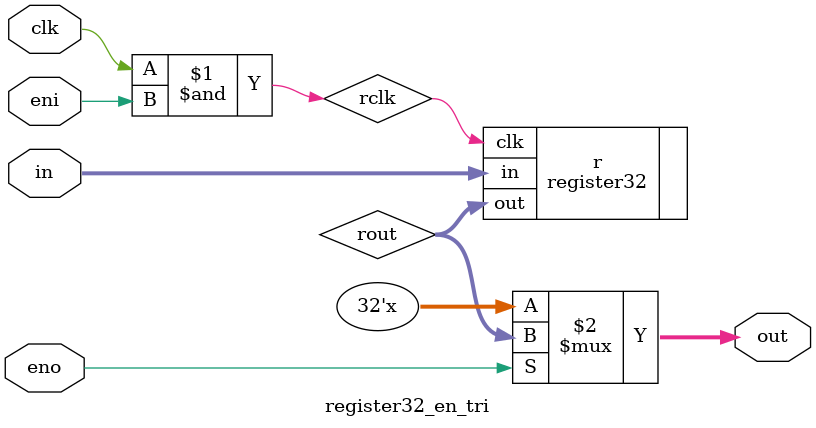
<source format=v>
/*
 * register32_en_tri
 *
 * 32-bit Register with enable functionality for both the input and the output ports,
 * which allows to disable the input or the output (meaning it goes to a high impedance state).
 */
module register32_en_tri(
	in,	// 32 bit input
	out,	// 32 bit output
	eni,	// Enables whether the input is latched or not on clock's edge
	eno,	// Enables whether the output is driven by the register or left high impedance
	clk	// Clock
);

	/*************************/
	/* Declaring input ports */
	/*************************/
	input wire [31:0] in;
	input wire clk;
	input wire eni;
	input wire eno;

	/**************************/
	/* Declaring output ports */
	/**************************/
	output wire [31:0] out;
	
	/***********************/
	/* Declaring variables */
	/***********************/
	wire [31:0] rout;
	wire rclk;
	
	/****************************************/
	/* Creating instance of 32-bit Register */
	/****************************************/
	register32 r(
		.in(in),
		.out(rout),
		.clk(rclk)
	);
	
	/****************/
	/* Clock driver */
	/****************/
	assign rclk = clk & eni;
	
	/*****************/
	/* Output driver */
	/*****************/
	assign out = eno ? rout : 32'hZZZZZZZZ;

endmodule
</source>
